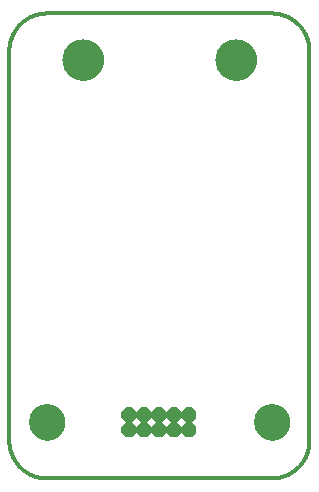
<source format=gbs>
G75*
%MOIN*%
%OFA0B0*%
%FSLAX25Y25*%
%IPPOS*%
%LPD*%
%AMOC8*
5,1,8,0,0,1.08239X$1,22.5*
%
%ADD10C,0.01200*%
%ADD11C,0.00000*%
%ADD12C,0.12000*%
%ADD13OC8,0.05000*%
%ADD14C,0.13800*%
D10*
X0009700Y0022200D02*
X0009700Y0152200D01*
X0009704Y0152502D01*
X0009715Y0152804D01*
X0009733Y0153105D01*
X0009758Y0153406D01*
X0009791Y0153707D01*
X0009831Y0154006D01*
X0009878Y0154304D01*
X0009933Y0154602D01*
X0009994Y0154897D01*
X0010063Y0155191D01*
X0010139Y0155484D01*
X0010222Y0155774D01*
X0010312Y0156063D01*
X0010409Y0156349D01*
X0010512Y0156633D01*
X0010623Y0156914D01*
X0010740Y0157192D01*
X0010864Y0157468D01*
X0010995Y0157740D01*
X0011132Y0158009D01*
X0011275Y0158275D01*
X0011425Y0158537D01*
X0011582Y0158796D01*
X0011744Y0159050D01*
X0011913Y0159301D01*
X0012087Y0159547D01*
X0012268Y0159790D01*
X0012454Y0160027D01*
X0012646Y0160261D01*
X0012844Y0160489D01*
X0013047Y0160713D01*
X0013255Y0160931D01*
X0013469Y0161145D01*
X0013687Y0161353D01*
X0013911Y0161556D01*
X0014139Y0161754D01*
X0014373Y0161946D01*
X0014610Y0162132D01*
X0014853Y0162313D01*
X0015099Y0162487D01*
X0015350Y0162656D01*
X0015604Y0162818D01*
X0015863Y0162975D01*
X0016125Y0163125D01*
X0016391Y0163268D01*
X0016660Y0163405D01*
X0016932Y0163536D01*
X0017208Y0163660D01*
X0017486Y0163777D01*
X0017767Y0163888D01*
X0018051Y0163991D01*
X0018337Y0164088D01*
X0018626Y0164178D01*
X0018916Y0164261D01*
X0019209Y0164337D01*
X0019503Y0164406D01*
X0019798Y0164467D01*
X0020096Y0164522D01*
X0020394Y0164569D01*
X0020693Y0164609D01*
X0020994Y0164642D01*
X0021295Y0164667D01*
X0021596Y0164685D01*
X0021898Y0164696D01*
X0022200Y0164700D01*
X0097200Y0164700D01*
X0097502Y0164696D01*
X0097804Y0164685D01*
X0098105Y0164667D01*
X0098406Y0164642D01*
X0098707Y0164609D01*
X0099006Y0164569D01*
X0099304Y0164522D01*
X0099602Y0164467D01*
X0099897Y0164406D01*
X0100191Y0164337D01*
X0100484Y0164261D01*
X0100774Y0164178D01*
X0101063Y0164088D01*
X0101349Y0163991D01*
X0101633Y0163888D01*
X0101914Y0163777D01*
X0102192Y0163660D01*
X0102468Y0163536D01*
X0102740Y0163405D01*
X0103009Y0163268D01*
X0103275Y0163125D01*
X0103537Y0162975D01*
X0103796Y0162818D01*
X0104050Y0162656D01*
X0104301Y0162487D01*
X0104547Y0162313D01*
X0104790Y0162132D01*
X0105027Y0161946D01*
X0105261Y0161754D01*
X0105489Y0161556D01*
X0105713Y0161353D01*
X0105931Y0161145D01*
X0106145Y0160931D01*
X0106353Y0160713D01*
X0106556Y0160489D01*
X0106754Y0160261D01*
X0106946Y0160027D01*
X0107132Y0159790D01*
X0107313Y0159547D01*
X0107487Y0159301D01*
X0107656Y0159050D01*
X0107818Y0158796D01*
X0107975Y0158537D01*
X0108125Y0158275D01*
X0108268Y0158009D01*
X0108405Y0157740D01*
X0108536Y0157468D01*
X0108660Y0157192D01*
X0108777Y0156914D01*
X0108888Y0156633D01*
X0108991Y0156349D01*
X0109088Y0156063D01*
X0109178Y0155774D01*
X0109261Y0155484D01*
X0109337Y0155191D01*
X0109406Y0154897D01*
X0109467Y0154602D01*
X0109522Y0154304D01*
X0109569Y0154006D01*
X0109609Y0153707D01*
X0109642Y0153406D01*
X0109667Y0153105D01*
X0109685Y0152804D01*
X0109696Y0152502D01*
X0109700Y0152200D01*
X0109700Y0022200D01*
X0109696Y0021898D01*
X0109685Y0021596D01*
X0109667Y0021295D01*
X0109642Y0020994D01*
X0109609Y0020693D01*
X0109569Y0020394D01*
X0109522Y0020096D01*
X0109467Y0019798D01*
X0109406Y0019503D01*
X0109337Y0019209D01*
X0109261Y0018916D01*
X0109178Y0018626D01*
X0109088Y0018337D01*
X0108991Y0018051D01*
X0108888Y0017767D01*
X0108777Y0017486D01*
X0108660Y0017208D01*
X0108536Y0016932D01*
X0108405Y0016660D01*
X0108268Y0016391D01*
X0108125Y0016125D01*
X0107975Y0015863D01*
X0107818Y0015604D01*
X0107656Y0015350D01*
X0107487Y0015099D01*
X0107313Y0014853D01*
X0107132Y0014610D01*
X0106946Y0014373D01*
X0106754Y0014139D01*
X0106556Y0013911D01*
X0106353Y0013687D01*
X0106145Y0013469D01*
X0105931Y0013255D01*
X0105713Y0013047D01*
X0105489Y0012844D01*
X0105261Y0012646D01*
X0105027Y0012454D01*
X0104790Y0012268D01*
X0104547Y0012087D01*
X0104301Y0011913D01*
X0104050Y0011744D01*
X0103796Y0011582D01*
X0103537Y0011425D01*
X0103275Y0011275D01*
X0103009Y0011132D01*
X0102740Y0010995D01*
X0102468Y0010864D01*
X0102192Y0010740D01*
X0101914Y0010623D01*
X0101633Y0010512D01*
X0101349Y0010409D01*
X0101063Y0010312D01*
X0100774Y0010222D01*
X0100484Y0010139D01*
X0100191Y0010063D01*
X0099897Y0009994D01*
X0099602Y0009933D01*
X0099304Y0009878D01*
X0099006Y0009831D01*
X0098707Y0009791D01*
X0098406Y0009758D01*
X0098105Y0009733D01*
X0097804Y0009715D01*
X0097502Y0009704D01*
X0097200Y0009700D01*
X0022200Y0009700D01*
X0021898Y0009704D01*
X0021596Y0009715D01*
X0021295Y0009733D01*
X0020994Y0009758D01*
X0020693Y0009791D01*
X0020394Y0009831D01*
X0020096Y0009878D01*
X0019798Y0009933D01*
X0019503Y0009994D01*
X0019209Y0010063D01*
X0018916Y0010139D01*
X0018626Y0010222D01*
X0018337Y0010312D01*
X0018051Y0010409D01*
X0017767Y0010512D01*
X0017486Y0010623D01*
X0017208Y0010740D01*
X0016932Y0010864D01*
X0016660Y0010995D01*
X0016391Y0011132D01*
X0016125Y0011275D01*
X0015863Y0011425D01*
X0015604Y0011582D01*
X0015350Y0011744D01*
X0015099Y0011913D01*
X0014853Y0012087D01*
X0014610Y0012268D01*
X0014373Y0012454D01*
X0014139Y0012646D01*
X0013911Y0012844D01*
X0013687Y0013047D01*
X0013469Y0013255D01*
X0013255Y0013469D01*
X0013047Y0013687D01*
X0012844Y0013911D01*
X0012646Y0014139D01*
X0012454Y0014373D01*
X0012268Y0014610D01*
X0012087Y0014853D01*
X0011913Y0015099D01*
X0011744Y0015350D01*
X0011582Y0015604D01*
X0011425Y0015863D01*
X0011275Y0016125D01*
X0011132Y0016391D01*
X0010995Y0016660D01*
X0010864Y0016932D01*
X0010740Y0017208D01*
X0010623Y0017486D01*
X0010512Y0017767D01*
X0010409Y0018051D01*
X0010312Y0018337D01*
X0010222Y0018626D01*
X0010139Y0018916D01*
X0010063Y0019209D01*
X0009994Y0019503D01*
X0009933Y0019798D01*
X0009878Y0020096D01*
X0009831Y0020394D01*
X0009791Y0020693D01*
X0009758Y0020994D01*
X0009733Y0021295D01*
X0009715Y0021596D01*
X0009704Y0021898D01*
X0009700Y0022200D01*
D11*
X0016400Y0028450D02*
X0016402Y0028602D01*
X0016408Y0028754D01*
X0016418Y0028905D01*
X0016432Y0029056D01*
X0016450Y0029207D01*
X0016471Y0029357D01*
X0016497Y0029507D01*
X0016527Y0029656D01*
X0016560Y0029804D01*
X0016598Y0029951D01*
X0016639Y0030097D01*
X0016684Y0030242D01*
X0016733Y0030386D01*
X0016785Y0030529D01*
X0016841Y0030670D01*
X0016901Y0030809D01*
X0016965Y0030947D01*
X0017032Y0031083D01*
X0017103Y0031218D01*
X0017177Y0031350D01*
X0017255Y0031480D01*
X0017336Y0031609D01*
X0017420Y0031735D01*
X0017508Y0031859D01*
X0017599Y0031981D01*
X0017693Y0032100D01*
X0017790Y0032217D01*
X0017890Y0032331D01*
X0017993Y0032442D01*
X0018099Y0032551D01*
X0018208Y0032657D01*
X0018319Y0032760D01*
X0018433Y0032860D01*
X0018550Y0032957D01*
X0018669Y0033051D01*
X0018791Y0033142D01*
X0018915Y0033230D01*
X0019041Y0033314D01*
X0019170Y0033395D01*
X0019300Y0033473D01*
X0019432Y0033547D01*
X0019567Y0033618D01*
X0019703Y0033685D01*
X0019841Y0033749D01*
X0019980Y0033809D01*
X0020121Y0033865D01*
X0020264Y0033917D01*
X0020408Y0033966D01*
X0020553Y0034011D01*
X0020699Y0034052D01*
X0020846Y0034090D01*
X0020994Y0034123D01*
X0021143Y0034153D01*
X0021293Y0034179D01*
X0021443Y0034200D01*
X0021594Y0034218D01*
X0021745Y0034232D01*
X0021896Y0034242D01*
X0022048Y0034248D01*
X0022200Y0034250D01*
X0022352Y0034248D01*
X0022504Y0034242D01*
X0022655Y0034232D01*
X0022806Y0034218D01*
X0022957Y0034200D01*
X0023107Y0034179D01*
X0023257Y0034153D01*
X0023406Y0034123D01*
X0023554Y0034090D01*
X0023701Y0034052D01*
X0023847Y0034011D01*
X0023992Y0033966D01*
X0024136Y0033917D01*
X0024279Y0033865D01*
X0024420Y0033809D01*
X0024559Y0033749D01*
X0024697Y0033685D01*
X0024833Y0033618D01*
X0024968Y0033547D01*
X0025100Y0033473D01*
X0025230Y0033395D01*
X0025359Y0033314D01*
X0025485Y0033230D01*
X0025609Y0033142D01*
X0025731Y0033051D01*
X0025850Y0032957D01*
X0025967Y0032860D01*
X0026081Y0032760D01*
X0026192Y0032657D01*
X0026301Y0032551D01*
X0026407Y0032442D01*
X0026510Y0032331D01*
X0026610Y0032217D01*
X0026707Y0032100D01*
X0026801Y0031981D01*
X0026892Y0031859D01*
X0026980Y0031735D01*
X0027064Y0031609D01*
X0027145Y0031480D01*
X0027223Y0031350D01*
X0027297Y0031218D01*
X0027368Y0031083D01*
X0027435Y0030947D01*
X0027499Y0030809D01*
X0027559Y0030670D01*
X0027615Y0030529D01*
X0027667Y0030386D01*
X0027716Y0030242D01*
X0027761Y0030097D01*
X0027802Y0029951D01*
X0027840Y0029804D01*
X0027873Y0029656D01*
X0027903Y0029507D01*
X0027929Y0029357D01*
X0027950Y0029207D01*
X0027968Y0029056D01*
X0027982Y0028905D01*
X0027992Y0028754D01*
X0027998Y0028602D01*
X0028000Y0028450D01*
X0027998Y0028298D01*
X0027992Y0028146D01*
X0027982Y0027995D01*
X0027968Y0027844D01*
X0027950Y0027693D01*
X0027929Y0027543D01*
X0027903Y0027393D01*
X0027873Y0027244D01*
X0027840Y0027096D01*
X0027802Y0026949D01*
X0027761Y0026803D01*
X0027716Y0026658D01*
X0027667Y0026514D01*
X0027615Y0026371D01*
X0027559Y0026230D01*
X0027499Y0026091D01*
X0027435Y0025953D01*
X0027368Y0025817D01*
X0027297Y0025682D01*
X0027223Y0025550D01*
X0027145Y0025420D01*
X0027064Y0025291D01*
X0026980Y0025165D01*
X0026892Y0025041D01*
X0026801Y0024919D01*
X0026707Y0024800D01*
X0026610Y0024683D01*
X0026510Y0024569D01*
X0026407Y0024458D01*
X0026301Y0024349D01*
X0026192Y0024243D01*
X0026081Y0024140D01*
X0025967Y0024040D01*
X0025850Y0023943D01*
X0025731Y0023849D01*
X0025609Y0023758D01*
X0025485Y0023670D01*
X0025359Y0023586D01*
X0025230Y0023505D01*
X0025100Y0023427D01*
X0024968Y0023353D01*
X0024833Y0023282D01*
X0024697Y0023215D01*
X0024559Y0023151D01*
X0024420Y0023091D01*
X0024279Y0023035D01*
X0024136Y0022983D01*
X0023992Y0022934D01*
X0023847Y0022889D01*
X0023701Y0022848D01*
X0023554Y0022810D01*
X0023406Y0022777D01*
X0023257Y0022747D01*
X0023107Y0022721D01*
X0022957Y0022700D01*
X0022806Y0022682D01*
X0022655Y0022668D01*
X0022504Y0022658D01*
X0022352Y0022652D01*
X0022200Y0022650D01*
X0022048Y0022652D01*
X0021896Y0022658D01*
X0021745Y0022668D01*
X0021594Y0022682D01*
X0021443Y0022700D01*
X0021293Y0022721D01*
X0021143Y0022747D01*
X0020994Y0022777D01*
X0020846Y0022810D01*
X0020699Y0022848D01*
X0020553Y0022889D01*
X0020408Y0022934D01*
X0020264Y0022983D01*
X0020121Y0023035D01*
X0019980Y0023091D01*
X0019841Y0023151D01*
X0019703Y0023215D01*
X0019567Y0023282D01*
X0019432Y0023353D01*
X0019300Y0023427D01*
X0019170Y0023505D01*
X0019041Y0023586D01*
X0018915Y0023670D01*
X0018791Y0023758D01*
X0018669Y0023849D01*
X0018550Y0023943D01*
X0018433Y0024040D01*
X0018319Y0024140D01*
X0018208Y0024243D01*
X0018099Y0024349D01*
X0017993Y0024458D01*
X0017890Y0024569D01*
X0017790Y0024683D01*
X0017693Y0024800D01*
X0017599Y0024919D01*
X0017508Y0025041D01*
X0017420Y0025165D01*
X0017336Y0025291D01*
X0017255Y0025420D01*
X0017177Y0025550D01*
X0017103Y0025682D01*
X0017032Y0025817D01*
X0016965Y0025953D01*
X0016901Y0026091D01*
X0016841Y0026230D01*
X0016785Y0026371D01*
X0016733Y0026514D01*
X0016684Y0026658D01*
X0016639Y0026803D01*
X0016598Y0026949D01*
X0016560Y0027096D01*
X0016527Y0027244D01*
X0016497Y0027393D01*
X0016471Y0027543D01*
X0016450Y0027693D01*
X0016432Y0027844D01*
X0016418Y0027995D01*
X0016408Y0028146D01*
X0016402Y0028298D01*
X0016400Y0028450D01*
X0091400Y0028450D02*
X0091402Y0028602D01*
X0091408Y0028754D01*
X0091418Y0028905D01*
X0091432Y0029056D01*
X0091450Y0029207D01*
X0091471Y0029357D01*
X0091497Y0029507D01*
X0091527Y0029656D01*
X0091560Y0029804D01*
X0091598Y0029951D01*
X0091639Y0030097D01*
X0091684Y0030242D01*
X0091733Y0030386D01*
X0091785Y0030529D01*
X0091841Y0030670D01*
X0091901Y0030809D01*
X0091965Y0030947D01*
X0092032Y0031083D01*
X0092103Y0031218D01*
X0092177Y0031350D01*
X0092255Y0031480D01*
X0092336Y0031609D01*
X0092420Y0031735D01*
X0092508Y0031859D01*
X0092599Y0031981D01*
X0092693Y0032100D01*
X0092790Y0032217D01*
X0092890Y0032331D01*
X0092993Y0032442D01*
X0093099Y0032551D01*
X0093208Y0032657D01*
X0093319Y0032760D01*
X0093433Y0032860D01*
X0093550Y0032957D01*
X0093669Y0033051D01*
X0093791Y0033142D01*
X0093915Y0033230D01*
X0094041Y0033314D01*
X0094170Y0033395D01*
X0094300Y0033473D01*
X0094432Y0033547D01*
X0094567Y0033618D01*
X0094703Y0033685D01*
X0094841Y0033749D01*
X0094980Y0033809D01*
X0095121Y0033865D01*
X0095264Y0033917D01*
X0095408Y0033966D01*
X0095553Y0034011D01*
X0095699Y0034052D01*
X0095846Y0034090D01*
X0095994Y0034123D01*
X0096143Y0034153D01*
X0096293Y0034179D01*
X0096443Y0034200D01*
X0096594Y0034218D01*
X0096745Y0034232D01*
X0096896Y0034242D01*
X0097048Y0034248D01*
X0097200Y0034250D01*
X0097352Y0034248D01*
X0097504Y0034242D01*
X0097655Y0034232D01*
X0097806Y0034218D01*
X0097957Y0034200D01*
X0098107Y0034179D01*
X0098257Y0034153D01*
X0098406Y0034123D01*
X0098554Y0034090D01*
X0098701Y0034052D01*
X0098847Y0034011D01*
X0098992Y0033966D01*
X0099136Y0033917D01*
X0099279Y0033865D01*
X0099420Y0033809D01*
X0099559Y0033749D01*
X0099697Y0033685D01*
X0099833Y0033618D01*
X0099968Y0033547D01*
X0100100Y0033473D01*
X0100230Y0033395D01*
X0100359Y0033314D01*
X0100485Y0033230D01*
X0100609Y0033142D01*
X0100731Y0033051D01*
X0100850Y0032957D01*
X0100967Y0032860D01*
X0101081Y0032760D01*
X0101192Y0032657D01*
X0101301Y0032551D01*
X0101407Y0032442D01*
X0101510Y0032331D01*
X0101610Y0032217D01*
X0101707Y0032100D01*
X0101801Y0031981D01*
X0101892Y0031859D01*
X0101980Y0031735D01*
X0102064Y0031609D01*
X0102145Y0031480D01*
X0102223Y0031350D01*
X0102297Y0031218D01*
X0102368Y0031083D01*
X0102435Y0030947D01*
X0102499Y0030809D01*
X0102559Y0030670D01*
X0102615Y0030529D01*
X0102667Y0030386D01*
X0102716Y0030242D01*
X0102761Y0030097D01*
X0102802Y0029951D01*
X0102840Y0029804D01*
X0102873Y0029656D01*
X0102903Y0029507D01*
X0102929Y0029357D01*
X0102950Y0029207D01*
X0102968Y0029056D01*
X0102982Y0028905D01*
X0102992Y0028754D01*
X0102998Y0028602D01*
X0103000Y0028450D01*
X0102998Y0028298D01*
X0102992Y0028146D01*
X0102982Y0027995D01*
X0102968Y0027844D01*
X0102950Y0027693D01*
X0102929Y0027543D01*
X0102903Y0027393D01*
X0102873Y0027244D01*
X0102840Y0027096D01*
X0102802Y0026949D01*
X0102761Y0026803D01*
X0102716Y0026658D01*
X0102667Y0026514D01*
X0102615Y0026371D01*
X0102559Y0026230D01*
X0102499Y0026091D01*
X0102435Y0025953D01*
X0102368Y0025817D01*
X0102297Y0025682D01*
X0102223Y0025550D01*
X0102145Y0025420D01*
X0102064Y0025291D01*
X0101980Y0025165D01*
X0101892Y0025041D01*
X0101801Y0024919D01*
X0101707Y0024800D01*
X0101610Y0024683D01*
X0101510Y0024569D01*
X0101407Y0024458D01*
X0101301Y0024349D01*
X0101192Y0024243D01*
X0101081Y0024140D01*
X0100967Y0024040D01*
X0100850Y0023943D01*
X0100731Y0023849D01*
X0100609Y0023758D01*
X0100485Y0023670D01*
X0100359Y0023586D01*
X0100230Y0023505D01*
X0100100Y0023427D01*
X0099968Y0023353D01*
X0099833Y0023282D01*
X0099697Y0023215D01*
X0099559Y0023151D01*
X0099420Y0023091D01*
X0099279Y0023035D01*
X0099136Y0022983D01*
X0098992Y0022934D01*
X0098847Y0022889D01*
X0098701Y0022848D01*
X0098554Y0022810D01*
X0098406Y0022777D01*
X0098257Y0022747D01*
X0098107Y0022721D01*
X0097957Y0022700D01*
X0097806Y0022682D01*
X0097655Y0022668D01*
X0097504Y0022658D01*
X0097352Y0022652D01*
X0097200Y0022650D01*
X0097048Y0022652D01*
X0096896Y0022658D01*
X0096745Y0022668D01*
X0096594Y0022682D01*
X0096443Y0022700D01*
X0096293Y0022721D01*
X0096143Y0022747D01*
X0095994Y0022777D01*
X0095846Y0022810D01*
X0095699Y0022848D01*
X0095553Y0022889D01*
X0095408Y0022934D01*
X0095264Y0022983D01*
X0095121Y0023035D01*
X0094980Y0023091D01*
X0094841Y0023151D01*
X0094703Y0023215D01*
X0094567Y0023282D01*
X0094432Y0023353D01*
X0094300Y0023427D01*
X0094170Y0023505D01*
X0094041Y0023586D01*
X0093915Y0023670D01*
X0093791Y0023758D01*
X0093669Y0023849D01*
X0093550Y0023943D01*
X0093433Y0024040D01*
X0093319Y0024140D01*
X0093208Y0024243D01*
X0093099Y0024349D01*
X0092993Y0024458D01*
X0092890Y0024569D01*
X0092790Y0024683D01*
X0092693Y0024800D01*
X0092599Y0024919D01*
X0092508Y0025041D01*
X0092420Y0025165D01*
X0092336Y0025291D01*
X0092255Y0025420D01*
X0092177Y0025550D01*
X0092103Y0025682D01*
X0092032Y0025817D01*
X0091965Y0025953D01*
X0091901Y0026091D01*
X0091841Y0026230D01*
X0091785Y0026371D01*
X0091733Y0026514D01*
X0091684Y0026658D01*
X0091639Y0026803D01*
X0091598Y0026949D01*
X0091560Y0027096D01*
X0091527Y0027244D01*
X0091497Y0027393D01*
X0091471Y0027543D01*
X0091450Y0027693D01*
X0091432Y0027844D01*
X0091418Y0027995D01*
X0091408Y0028146D01*
X0091402Y0028298D01*
X0091400Y0028450D01*
X0078500Y0149300D02*
X0078502Y0149464D01*
X0078508Y0149629D01*
X0078518Y0149793D01*
X0078532Y0149957D01*
X0078550Y0150120D01*
X0078573Y0150283D01*
X0078599Y0150445D01*
X0078629Y0150607D01*
X0078663Y0150768D01*
X0078701Y0150928D01*
X0078743Y0151087D01*
X0078788Y0151245D01*
X0078838Y0151402D01*
X0078892Y0151557D01*
X0078949Y0151711D01*
X0079010Y0151864D01*
X0079075Y0152015D01*
X0079143Y0152165D01*
X0079215Y0152312D01*
X0079291Y0152458D01*
X0079370Y0152602D01*
X0079453Y0152744D01*
X0079539Y0152884D01*
X0079629Y0153022D01*
X0079722Y0153158D01*
X0079819Y0153291D01*
X0079918Y0153422D01*
X0080021Y0153550D01*
X0080127Y0153676D01*
X0080236Y0153799D01*
X0080348Y0153920D01*
X0080462Y0154038D01*
X0080580Y0154152D01*
X0080701Y0154264D01*
X0080824Y0154373D01*
X0080950Y0154479D01*
X0081078Y0154582D01*
X0081209Y0154681D01*
X0081342Y0154778D01*
X0081478Y0154871D01*
X0081616Y0154961D01*
X0081756Y0155047D01*
X0081898Y0155130D01*
X0082042Y0155209D01*
X0082188Y0155285D01*
X0082335Y0155357D01*
X0082485Y0155425D01*
X0082636Y0155490D01*
X0082789Y0155551D01*
X0082943Y0155608D01*
X0083098Y0155662D01*
X0083255Y0155712D01*
X0083413Y0155757D01*
X0083572Y0155799D01*
X0083732Y0155837D01*
X0083893Y0155871D01*
X0084055Y0155901D01*
X0084217Y0155927D01*
X0084380Y0155950D01*
X0084543Y0155968D01*
X0084707Y0155982D01*
X0084871Y0155992D01*
X0085036Y0155998D01*
X0085200Y0156000D01*
X0085364Y0155998D01*
X0085529Y0155992D01*
X0085693Y0155982D01*
X0085857Y0155968D01*
X0086020Y0155950D01*
X0086183Y0155927D01*
X0086345Y0155901D01*
X0086507Y0155871D01*
X0086668Y0155837D01*
X0086828Y0155799D01*
X0086987Y0155757D01*
X0087145Y0155712D01*
X0087302Y0155662D01*
X0087457Y0155608D01*
X0087611Y0155551D01*
X0087764Y0155490D01*
X0087915Y0155425D01*
X0088065Y0155357D01*
X0088212Y0155285D01*
X0088358Y0155209D01*
X0088502Y0155130D01*
X0088644Y0155047D01*
X0088784Y0154961D01*
X0088922Y0154871D01*
X0089058Y0154778D01*
X0089191Y0154681D01*
X0089322Y0154582D01*
X0089450Y0154479D01*
X0089576Y0154373D01*
X0089699Y0154264D01*
X0089820Y0154152D01*
X0089938Y0154038D01*
X0090052Y0153920D01*
X0090164Y0153799D01*
X0090273Y0153676D01*
X0090379Y0153550D01*
X0090482Y0153422D01*
X0090581Y0153291D01*
X0090678Y0153158D01*
X0090771Y0153022D01*
X0090861Y0152884D01*
X0090947Y0152744D01*
X0091030Y0152602D01*
X0091109Y0152458D01*
X0091185Y0152312D01*
X0091257Y0152165D01*
X0091325Y0152015D01*
X0091390Y0151864D01*
X0091451Y0151711D01*
X0091508Y0151557D01*
X0091562Y0151402D01*
X0091612Y0151245D01*
X0091657Y0151087D01*
X0091699Y0150928D01*
X0091737Y0150768D01*
X0091771Y0150607D01*
X0091801Y0150445D01*
X0091827Y0150283D01*
X0091850Y0150120D01*
X0091868Y0149957D01*
X0091882Y0149793D01*
X0091892Y0149629D01*
X0091898Y0149464D01*
X0091900Y0149300D01*
X0091898Y0149136D01*
X0091892Y0148971D01*
X0091882Y0148807D01*
X0091868Y0148643D01*
X0091850Y0148480D01*
X0091827Y0148317D01*
X0091801Y0148155D01*
X0091771Y0147993D01*
X0091737Y0147832D01*
X0091699Y0147672D01*
X0091657Y0147513D01*
X0091612Y0147355D01*
X0091562Y0147198D01*
X0091508Y0147043D01*
X0091451Y0146889D01*
X0091390Y0146736D01*
X0091325Y0146585D01*
X0091257Y0146435D01*
X0091185Y0146288D01*
X0091109Y0146142D01*
X0091030Y0145998D01*
X0090947Y0145856D01*
X0090861Y0145716D01*
X0090771Y0145578D01*
X0090678Y0145442D01*
X0090581Y0145309D01*
X0090482Y0145178D01*
X0090379Y0145050D01*
X0090273Y0144924D01*
X0090164Y0144801D01*
X0090052Y0144680D01*
X0089938Y0144562D01*
X0089820Y0144448D01*
X0089699Y0144336D01*
X0089576Y0144227D01*
X0089450Y0144121D01*
X0089322Y0144018D01*
X0089191Y0143919D01*
X0089058Y0143822D01*
X0088922Y0143729D01*
X0088784Y0143639D01*
X0088644Y0143553D01*
X0088502Y0143470D01*
X0088358Y0143391D01*
X0088212Y0143315D01*
X0088065Y0143243D01*
X0087915Y0143175D01*
X0087764Y0143110D01*
X0087611Y0143049D01*
X0087457Y0142992D01*
X0087302Y0142938D01*
X0087145Y0142888D01*
X0086987Y0142843D01*
X0086828Y0142801D01*
X0086668Y0142763D01*
X0086507Y0142729D01*
X0086345Y0142699D01*
X0086183Y0142673D01*
X0086020Y0142650D01*
X0085857Y0142632D01*
X0085693Y0142618D01*
X0085529Y0142608D01*
X0085364Y0142602D01*
X0085200Y0142600D01*
X0085036Y0142602D01*
X0084871Y0142608D01*
X0084707Y0142618D01*
X0084543Y0142632D01*
X0084380Y0142650D01*
X0084217Y0142673D01*
X0084055Y0142699D01*
X0083893Y0142729D01*
X0083732Y0142763D01*
X0083572Y0142801D01*
X0083413Y0142843D01*
X0083255Y0142888D01*
X0083098Y0142938D01*
X0082943Y0142992D01*
X0082789Y0143049D01*
X0082636Y0143110D01*
X0082485Y0143175D01*
X0082335Y0143243D01*
X0082188Y0143315D01*
X0082042Y0143391D01*
X0081898Y0143470D01*
X0081756Y0143553D01*
X0081616Y0143639D01*
X0081478Y0143729D01*
X0081342Y0143822D01*
X0081209Y0143919D01*
X0081078Y0144018D01*
X0080950Y0144121D01*
X0080824Y0144227D01*
X0080701Y0144336D01*
X0080580Y0144448D01*
X0080462Y0144562D01*
X0080348Y0144680D01*
X0080236Y0144801D01*
X0080127Y0144924D01*
X0080021Y0145050D01*
X0079918Y0145178D01*
X0079819Y0145309D01*
X0079722Y0145442D01*
X0079629Y0145578D01*
X0079539Y0145716D01*
X0079453Y0145856D01*
X0079370Y0145998D01*
X0079291Y0146142D01*
X0079215Y0146288D01*
X0079143Y0146435D01*
X0079075Y0146585D01*
X0079010Y0146736D01*
X0078949Y0146889D01*
X0078892Y0147043D01*
X0078838Y0147198D01*
X0078788Y0147355D01*
X0078743Y0147513D01*
X0078701Y0147672D01*
X0078663Y0147832D01*
X0078629Y0147993D01*
X0078599Y0148155D01*
X0078573Y0148317D01*
X0078550Y0148480D01*
X0078532Y0148643D01*
X0078518Y0148807D01*
X0078508Y0148971D01*
X0078502Y0149136D01*
X0078500Y0149300D01*
X0027500Y0149300D02*
X0027502Y0149464D01*
X0027508Y0149629D01*
X0027518Y0149793D01*
X0027532Y0149957D01*
X0027550Y0150120D01*
X0027573Y0150283D01*
X0027599Y0150445D01*
X0027629Y0150607D01*
X0027663Y0150768D01*
X0027701Y0150928D01*
X0027743Y0151087D01*
X0027788Y0151245D01*
X0027838Y0151402D01*
X0027892Y0151557D01*
X0027949Y0151711D01*
X0028010Y0151864D01*
X0028075Y0152015D01*
X0028143Y0152165D01*
X0028215Y0152312D01*
X0028291Y0152458D01*
X0028370Y0152602D01*
X0028453Y0152744D01*
X0028539Y0152884D01*
X0028629Y0153022D01*
X0028722Y0153158D01*
X0028819Y0153291D01*
X0028918Y0153422D01*
X0029021Y0153550D01*
X0029127Y0153676D01*
X0029236Y0153799D01*
X0029348Y0153920D01*
X0029462Y0154038D01*
X0029580Y0154152D01*
X0029701Y0154264D01*
X0029824Y0154373D01*
X0029950Y0154479D01*
X0030078Y0154582D01*
X0030209Y0154681D01*
X0030342Y0154778D01*
X0030478Y0154871D01*
X0030616Y0154961D01*
X0030756Y0155047D01*
X0030898Y0155130D01*
X0031042Y0155209D01*
X0031188Y0155285D01*
X0031335Y0155357D01*
X0031485Y0155425D01*
X0031636Y0155490D01*
X0031789Y0155551D01*
X0031943Y0155608D01*
X0032098Y0155662D01*
X0032255Y0155712D01*
X0032413Y0155757D01*
X0032572Y0155799D01*
X0032732Y0155837D01*
X0032893Y0155871D01*
X0033055Y0155901D01*
X0033217Y0155927D01*
X0033380Y0155950D01*
X0033543Y0155968D01*
X0033707Y0155982D01*
X0033871Y0155992D01*
X0034036Y0155998D01*
X0034200Y0156000D01*
X0034364Y0155998D01*
X0034529Y0155992D01*
X0034693Y0155982D01*
X0034857Y0155968D01*
X0035020Y0155950D01*
X0035183Y0155927D01*
X0035345Y0155901D01*
X0035507Y0155871D01*
X0035668Y0155837D01*
X0035828Y0155799D01*
X0035987Y0155757D01*
X0036145Y0155712D01*
X0036302Y0155662D01*
X0036457Y0155608D01*
X0036611Y0155551D01*
X0036764Y0155490D01*
X0036915Y0155425D01*
X0037065Y0155357D01*
X0037212Y0155285D01*
X0037358Y0155209D01*
X0037502Y0155130D01*
X0037644Y0155047D01*
X0037784Y0154961D01*
X0037922Y0154871D01*
X0038058Y0154778D01*
X0038191Y0154681D01*
X0038322Y0154582D01*
X0038450Y0154479D01*
X0038576Y0154373D01*
X0038699Y0154264D01*
X0038820Y0154152D01*
X0038938Y0154038D01*
X0039052Y0153920D01*
X0039164Y0153799D01*
X0039273Y0153676D01*
X0039379Y0153550D01*
X0039482Y0153422D01*
X0039581Y0153291D01*
X0039678Y0153158D01*
X0039771Y0153022D01*
X0039861Y0152884D01*
X0039947Y0152744D01*
X0040030Y0152602D01*
X0040109Y0152458D01*
X0040185Y0152312D01*
X0040257Y0152165D01*
X0040325Y0152015D01*
X0040390Y0151864D01*
X0040451Y0151711D01*
X0040508Y0151557D01*
X0040562Y0151402D01*
X0040612Y0151245D01*
X0040657Y0151087D01*
X0040699Y0150928D01*
X0040737Y0150768D01*
X0040771Y0150607D01*
X0040801Y0150445D01*
X0040827Y0150283D01*
X0040850Y0150120D01*
X0040868Y0149957D01*
X0040882Y0149793D01*
X0040892Y0149629D01*
X0040898Y0149464D01*
X0040900Y0149300D01*
X0040898Y0149136D01*
X0040892Y0148971D01*
X0040882Y0148807D01*
X0040868Y0148643D01*
X0040850Y0148480D01*
X0040827Y0148317D01*
X0040801Y0148155D01*
X0040771Y0147993D01*
X0040737Y0147832D01*
X0040699Y0147672D01*
X0040657Y0147513D01*
X0040612Y0147355D01*
X0040562Y0147198D01*
X0040508Y0147043D01*
X0040451Y0146889D01*
X0040390Y0146736D01*
X0040325Y0146585D01*
X0040257Y0146435D01*
X0040185Y0146288D01*
X0040109Y0146142D01*
X0040030Y0145998D01*
X0039947Y0145856D01*
X0039861Y0145716D01*
X0039771Y0145578D01*
X0039678Y0145442D01*
X0039581Y0145309D01*
X0039482Y0145178D01*
X0039379Y0145050D01*
X0039273Y0144924D01*
X0039164Y0144801D01*
X0039052Y0144680D01*
X0038938Y0144562D01*
X0038820Y0144448D01*
X0038699Y0144336D01*
X0038576Y0144227D01*
X0038450Y0144121D01*
X0038322Y0144018D01*
X0038191Y0143919D01*
X0038058Y0143822D01*
X0037922Y0143729D01*
X0037784Y0143639D01*
X0037644Y0143553D01*
X0037502Y0143470D01*
X0037358Y0143391D01*
X0037212Y0143315D01*
X0037065Y0143243D01*
X0036915Y0143175D01*
X0036764Y0143110D01*
X0036611Y0143049D01*
X0036457Y0142992D01*
X0036302Y0142938D01*
X0036145Y0142888D01*
X0035987Y0142843D01*
X0035828Y0142801D01*
X0035668Y0142763D01*
X0035507Y0142729D01*
X0035345Y0142699D01*
X0035183Y0142673D01*
X0035020Y0142650D01*
X0034857Y0142632D01*
X0034693Y0142618D01*
X0034529Y0142608D01*
X0034364Y0142602D01*
X0034200Y0142600D01*
X0034036Y0142602D01*
X0033871Y0142608D01*
X0033707Y0142618D01*
X0033543Y0142632D01*
X0033380Y0142650D01*
X0033217Y0142673D01*
X0033055Y0142699D01*
X0032893Y0142729D01*
X0032732Y0142763D01*
X0032572Y0142801D01*
X0032413Y0142843D01*
X0032255Y0142888D01*
X0032098Y0142938D01*
X0031943Y0142992D01*
X0031789Y0143049D01*
X0031636Y0143110D01*
X0031485Y0143175D01*
X0031335Y0143243D01*
X0031188Y0143315D01*
X0031042Y0143391D01*
X0030898Y0143470D01*
X0030756Y0143553D01*
X0030616Y0143639D01*
X0030478Y0143729D01*
X0030342Y0143822D01*
X0030209Y0143919D01*
X0030078Y0144018D01*
X0029950Y0144121D01*
X0029824Y0144227D01*
X0029701Y0144336D01*
X0029580Y0144448D01*
X0029462Y0144562D01*
X0029348Y0144680D01*
X0029236Y0144801D01*
X0029127Y0144924D01*
X0029021Y0145050D01*
X0028918Y0145178D01*
X0028819Y0145309D01*
X0028722Y0145442D01*
X0028629Y0145578D01*
X0028539Y0145716D01*
X0028453Y0145856D01*
X0028370Y0145998D01*
X0028291Y0146142D01*
X0028215Y0146288D01*
X0028143Y0146435D01*
X0028075Y0146585D01*
X0028010Y0146736D01*
X0027949Y0146889D01*
X0027892Y0147043D01*
X0027838Y0147198D01*
X0027788Y0147355D01*
X0027743Y0147513D01*
X0027701Y0147672D01*
X0027663Y0147832D01*
X0027629Y0147993D01*
X0027599Y0148155D01*
X0027573Y0148317D01*
X0027550Y0148480D01*
X0027532Y0148643D01*
X0027518Y0148807D01*
X0027508Y0148971D01*
X0027502Y0149136D01*
X0027500Y0149300D01*
D12*
X0022200Y0028450D03*
X0097200Y0028450D03*
D13*
X0069700Y0025950D03*
X0069700Y0030950D03*
X0064700Y0030950D03*
X0064700Y0025950D03*
X0059700Y0025950D03*
X0059700Y0030950D03*
X0054700Y0030950D03*
X0054700Y0025950D03*
X0049700Y0025950D03*
X0049700Y0030950D03*
D14*
X0034200Y0149300D03*
X0085200Y0149300D03*
M02*

</source>
